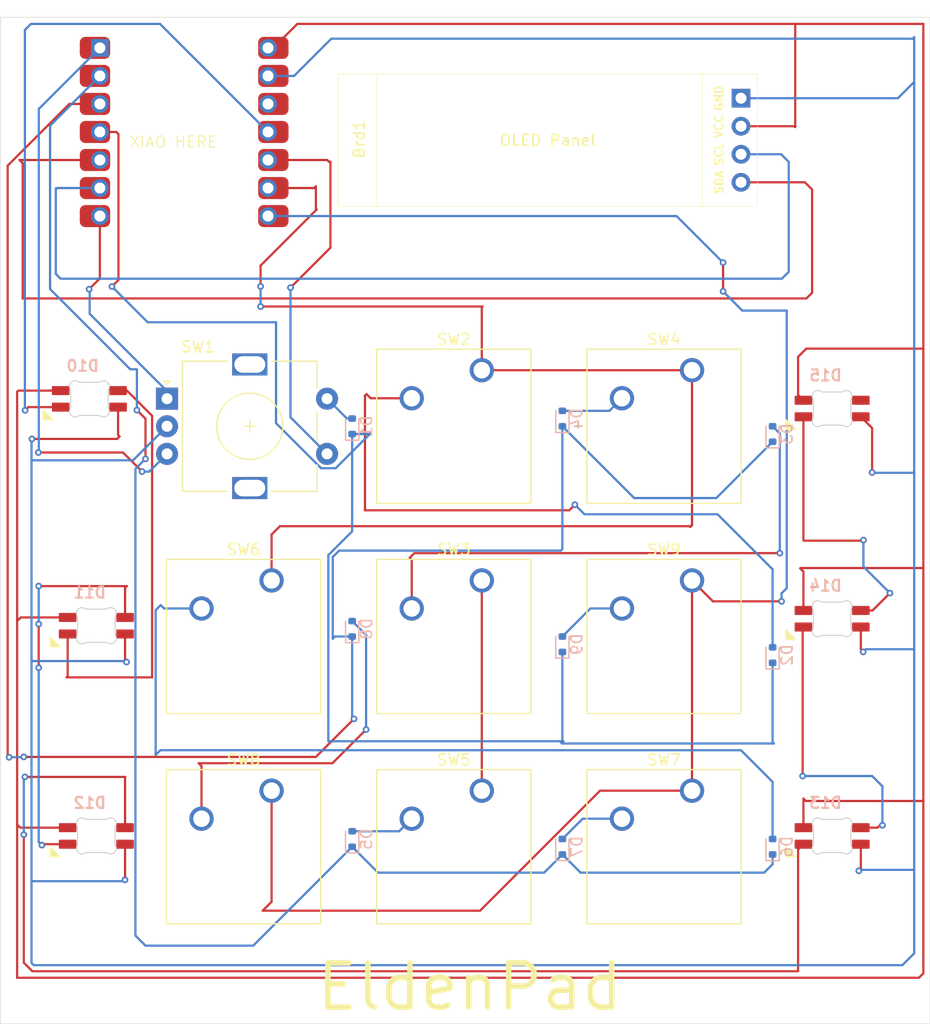
<source format=kicad_pcb>
(kicad_pcb (version 20241229) (generator "pcbnew") (generator_version "9.0")
  (layers (0 "F.Cu" signal) (2 "B.Cu" signal) (13 "F.Paste" user) (15 "B.Paste" user) (5 "F.SilkS" user "F.Silkscreen") (7 "B.SilkS" user "B.Silkscreen") (1 "F.Mask" user) (3 "B.Mask" user) (25 "Edge.Cuts" user))
  (net 0 "")
  (net 1 "SCL")
  (net 2 "GND")
  (net 3 "+5V")
  (net 4 "SDA")
  (net 5 "R1")
  (net 6 "Net-(D1-A)")
  (net 7 "Net-(D2-A)")
  (net 8 "Net-(D3-A)")
  (net 9 "R2")
  (net 10 "Net-(D4-A)")
  (net 11 "Net-(D5-A)")
  (net 12 "R3")
  (net 13 "Net-(D6-A)")
  (net 14 "Net-(D7-A)")
  (net 15 "Net-(D8-A)")
  (net 16 "Net-(D9-A)")
  (net 17 "SK6812")
  (net 18 "Net-(D10-DOUT)")
  (net 19 "Net-(D11-DOUT)")
  (net 20 "Net-(D12-DOUT)")
  (net 21 "Net-(D13-DOUT)")
  (net 22 "Net-(D14-DOUT)")
  (net 24 "C1")
  (net 25 "Rotary_A")
  (net 26 "Rotary_B")
  (net 27 "C2")
  (net 28 "Net-(SW3-Pad1)")
  (net 29 "C3")
  (footprint "Button_Switch_Keyboard:SW_Cherry_MX_1.00u_PCB" (layer "F.Cu") (at 66.51625 118.745)
    (property "Reference" "SW8")
    (property "Value" "SW_Push")
  )
  (footprint "Button_Switch_Keyboard:SW_Cherry_MX_1.00u_PCB" (layer "F.Cu") (at 85.56625 80.645)
    (property "Reference" "SW2")
    (property "Value" "SW_Push")
  )
  (footprint "ScottoKeebs_MCU:Seeed_XIAO_RP2040" (layer "F.Cu") (at 58.575 59.055)
    (property "Reference" "U1" (hide yes))
    (property "Value" "XIAO-RP2040-DIP")
  )
  (footprint "Rotary_Encoder:RotaryEncoder_Alps_EC11E-Switch_Vertical_H20mm" (layer "F.Cu") (at 57.04375 83.225)
    (property "Reference" "SW1")
    (property "Value" "RotaryEncoder_Switch")
  )
  (footprint "KiCad-SSD1306-0.91-OLED-4pin-128x32:SSD1306-0.91-OLED-4pin-128x32" (layer "F.Cu") (at 72.555 53.805)
    (property "Reference" "Brd1")
    (property "Value" "SSD1306")
  )
  (footprint "Button_Switch_Keyboard:SW_Cherry_MX_1.00u_PCB" (layer "F.Cu") (at 104.61625 80.645)
    (property "Reference" "SW4")
    (property "Value" "SW_Push")
  )
  (footprint "Button_Switch_Keyboard:SW_Cherry_MX_1.00u_PCB" (layer "F.Cu") (at 104.61625 118.745)
    (property "Reference" "SW7")
    (property "Value" "SW_Push")
  )
  (footprint "Button_Switch_Keyboard:SW_Cherry_MX_1.00u_PCB" (layer "F.Cu") (at 85.56625 99.695)
    (property "Reference" "SW3")
    (property "Value" "SW_Push")
  )
  (footprint "Button_Switch_Keyboard:SW_Cherry_MX_1.00u_PCB" (layer "F.Cu") (at 66.51625 99.695)
    (property "Reference" "SW6")
    (property "Value" "SW_Push")
  )
  (footprint "Button_Switch_Keyboard:SW_Cherry_MX_1.00u_PCB" (layer "F.Cu") (at 85.56625 118.745)
    (property "Reference" "SW5")
    (property "Value" "SW_Push")
  )
  (footprint "Button_Switch_Keyboard:SW_Cherry_MX_1.00u_PCB" (layer "F.Cu") (at 104.61625 99.695)
    (property "Reference" "SW9")
    (property "Value" "SW_Push")
  )
  (footprint "Diode_SMD:D_SOD-523" (layer "B.Cu") (at 73.81875 104.075 90)
    (property "Reference" "D8")
    (property "Value" "1N4148WT")
  )
  (footprint "footprints:SK6812MINI-E_fixed" (layer "B.Cu") (at 50.6375 122.95 180)
    (property "Reference" "D12")
    (property "Value" "SK6812MINI")
    (fp_line (start 1.7 0.805684) (end 1.7 -0.6) (stroke (width 0.1)) (layer "Edge.Cuts"))
    (fp_line (start 0.794453 -1.397158) (end -0.794451 -1.397158) (stroke (width 0.1)) (layer "Edge.Cuts"))
    (fp_line (start -0.794451 1.602841) (end 0.794454 1.602841) (stroke (width 0.1)) (layer "Edge.Cuts"))
    (fp_line (start -1.699998 -0.6) (end -1.699998 0.805684) (stroke (width 0.1)) (layer "Edge.Cuts"))
    (fp_arc (start 1.749485 1.022562) (mid 1.712532 0.91691) (end 1.7 0.805685) (stroke (width 0.1)) (layer "Edge.Cuts"))
    (fp_arc (start 1.749485 1.022562) (mid 1.638072 1.606877) (end 1.046712 1.67114) (stroke (width 0.1)) (layer "Edge.Cuts"))
    (fp_arc (start 1.7 -0.6) (mid 1.712528 -0.711226) (end 1.749485 -0.816878) (stroke (width 0.1)) (layer "Edge.Cuts"))
    (fp_arc (start 1.046712 -1.465457) (mid 1.638073 -1.401193) (end 1.749485 -0.816877) (stroke (width 0.1)) (layer "Edge.Cuts"))
    (fp_arc (start 1.046712 -1.465457) (mid 0.925124 -1.414535) (end 0.794453 -1.397158) (stroke (width 0.1)) (layer "Edge.Cuts"))
    (fp_arc (start 0.794454 1.602841) (mid 0.925124 1.620218) (end 1.046712 1.67114) (stroke (width 0.1)) (layer "Edge.Cuts"))
    (fp_arc (start -0.794451 -1.397158) (mid -0.925121 -1.414535) (end -1.046709 -1.465457) (stroke (width 0.1)) (layer "Edge.Cuts"))
    (fp_arc (start -1.04671 1.671141) (mid -0.925122 1.620219) (end -0.794452 1.602842) (stroke (width 0.1)) (layer "Edge.Cuts"))
    (fp_arc (start -1.04671 1.671141) (mid -1.63807 1.606877) (end -1.749483 1.022562) (stroke (width 0.1)) (layer "Edge.Cuts"))
    (fp_arc (start -1.699998 0.805684) (mid -1.712526 0.91691) (end -1.749483 1.022562) (stroke (width 0.1)) (layer "Edge.Cuts"))
    (fp_arc (start -1.749483 -0.816878) (mid -1.638069 -1.401192) (end -1.04671 -1.465455) (stroke (width 0.1)) (layer "Edge.Cuts"))
    (fp_arc (start -1.749483 -0.816878) (mid -1.712526 -0.711226) (end -1.699998 -0.600001) (stroke (width 0.1)) (layer "Edge.Cuts"))
  )
  (footprint "Diode_SMD:D_SOD-523" (layer "B.Cu") (at 111.91875 86.425 90)
    (property "Reference" "D3")
    (property "Value" "1N4148WT")
  )
  (footprint "Diode_SMD:D_SOD-523" (layer "B.Cu") (at 92.86875 123.825 90)
    (property "Reference" "D7")
    (property "Value" "1N4148WT")
  )
  (footprint "Diode_SMD:D_SOD-523" (layer "B.Cu") (at 92.86875 105.475 90)
    (property "Reference" "D9")
    (property "Value" "1N4148WT")
  )
  (footprint "footprints:SK6812MINI-E_fixed" (layer "B.Cu") (at 117.3125 103.26875 180)
    (property "Reference" "D14")
    (property "Value" "SK6812MINI")
    (fp_line (start 1.7 0.805684) (end 1.7 -0.6) (stroke (width 0.1)) (layer "Edge.Cuts"))
    (fp_line (start 0.794453 -1.397158) (end -0.794451 -1.397158) (stroke (width 0.1)) (layer "Edge.Cuts"))
    (fp_line (start -0.794451 1.602841) (end 0.794454 1.602841) (stroke (width 0.1)) (layer "Edge.Cuts"))
    (fp_line (start -1.699998 -0.6) (end -1.699998 0.805684) (stroke (width 0.1)) (layer "Edge.Cuts"))
    (fp_arc (start 1.749485 1.022562) (mid 1.712532 0.91691) (end 1.7 0.805685) (stroke (width 0.1)) (layer "Edge.Cuts"))
    (fp_arc (start 1.749485 1.022562) (mid 1.638072 1.606877) (end 1.046712 1.67114) (stroke (width 0.1)) (layer "Edge.Cuts"))
    (fp_arc (start 1.7 -0.6) (mid 1.712528 -0.711226) (end 1.749485 -0.816878) (stroke (width 0.1)) (layer "Edge.Cuts"))
    (fp_arc (start 1.046712 -1.465457) (mid 1.638073 -1.401193) (end 1.749485 -0.816877) (stroke (width 0.1)) (layer "Edge.Cuts"))
    (fp_arc (start 1.046712 -1.465457) (mid 0.925124 -1.414535) (end 0.794453 -1.397158) (stroke (width 0.1)) (layer "Edge.Cuts"))
    (fp_arc (start 0.794454 1.602841) (mid 0.925124 1.620218) (end 1.046712 1.67114) (stroke (width 0.1)) (layer "Edge.Cuts"))
    (fp_arc (start -0.794451 -1.397158) (mid -0.925121 -1.414535) (end -1.046709 -1.465457) (stroke (width 0.1)) (layer "Edge.Cuts"))
    (fp_arc (start -1.04671 1.671141) (mid -0.925122 1.620219) (end -0.794452 1.602842) (stroke (width 0.1)) (layer "Edge.Cuts"))
    (fp_arc (start -1.04671 1.671141) (mid -1.63807 1.606877) (end -1.749483 1.022562) (stroke (width 0.1)) (layer "Edge.Cuts"))
    (fp_arc (start -1.699998 0.805684) (mid -1.712526 0.91691) (end -1.749483 1.022562) (stroke (width 0.1)) (layer "Edge.Cuts"))
    (fp_arc (start -1.749483 -0.816878) (mid -1.638069 -1.401192) (end -1.04671 -1.465455) (stroke (width 0.1)) (layer "Edge.Cuts"))
    (fp_arc (start -1.749483 -0.816878) (mid -1.712526 -0.711226) (end -1.699998 -0.600001) (stroke (width 0.1)) (layer "Edge.Cuts"))
  )
  (footprint "Diode_SMD:D_SOD-523" (layer "B.Cu") (at 92.86875 85.025 90)
    (property "Reference" "D4")
    (property "Value" "1N4148WT")
  )
  (footprint "Diode_SMD:D_SOD-523" (layer "B.Cu") (at 73.81875 85.725 90)
    (property "Reference" "D1")
    (property "Value" "1N4148WT")
  )
  (footprint "Diode_SMD:D_SOD-523" (layer "B.Cu") (at 73.81875 123.125 90)
    (property "Reference" "D5")
    (property "Value" "1N4148WT")
  )
  (footprint "Diode_SMD:D_SOD-523" (layer "B.Cu") (at 111.91875 106.45625 90)
    (property "Reference" "D2")
    (property "Value" "1N4148WT")
  )
  (footprint "footprints:SK6812MINI-E_fixed" (layer "B.Cu") (at 50.6375 103.9 180)
    (property "Reference" "D11")
    (property "Value" "SK6812MINI")
    (fp_line (start 1.7 0.805684) (end 1.7 -0.6) (stroke (width 0.1)) (layer "Edge.Cuts"))
    (fp_line (start 0.794453 -1.397158) (end -0.794451 -1.397158) (stroke (width 0.1)) (layer "Edge.Cuts"))
    (fp_line (start -0.794451 1.602841) (end 0.794454 1.602841) (stroke (width 0.1)) (layer "Edge.Cuts"))
    (fp_line (start -1.699998 -0.6) (end -1.699998 0.805684) (stroke (width 0.1)) (layer "Edge.Cuts"))
    (fp_arc (start 1.749485 1.022562) (mid 1.712532 0.91691) (end 1.7 0.805685) (stroke (width 0.1)) (layer "Edge.Cuts"))
    (fp_arc (start 1.749485 1.022562) (mid 1.638072 1.606877) (end 1.046712 1.67114) (stroke (width 0.1)) (layer "Edge.Cuts"))
    (fp_arc (start 1.7 -0.6) (mid 1.712528 -0.711226) (end 1.749485 -0.816878) (stroke (width 0.1)) (layer "Edge.Cuts"))
    (fp_arc (start 1.046712 -1.465457) (mid 1.638073 -1.401193) (end 1.749485 -0.816877) (stroke (width 0.1)) (layer "Edge.Cuts"))
    (fp_arc (start 1.046712 -1.465457) (mid 0.925124 -1.414535) (end 0.794453 -1.397158) (stroke (width 0.1)) (layer "Edge.Cuts"))
    (fp_arc (start 0.794454 1.602841) (mid 0.925124 1.620218) (end 1.046712 1.67114) (stroke (width 0.1)) (layer "Edge.Cuts"))
    (fp_arc (start -0.794451 -1.397158) (mid -0.925121 -1.414535) (end -1.046709 -1.465457) (stroke (width 0.1)) (layer "Edge.Cuts"))
    (fp_arc (start -1.04671 1.671141) (mid -0.925122 1.620219) (end -0.794452 1.602842) (stroke (width 0.1)) (layer "Edge.Cuts"))
    (fp_arc (start -1.04671 1.671141) (mid -1.63807 1.606877) (end -1.749483 1.022562) (stroke (width 0.1)) (layer "Edge.Cuts"))
    (fp_arc (start -1.699998 0.805684) (mid -1.712526 0.91691) (end -1.749483 1.022562) (stroke (width 0.1)) (layer "Edge.Cuts"))
    (fp_arc (start -1.749483 -0.816878) (mid -1.638069 -1.401192) (end -1.04671 -1.465455) (stroke (width 0.1)) (layer "Edge.Cuts"))
    (fp_arc (start -1.749483 -0.816878) (mid -1.712526 -0.711226) (end -1.699998 -0.600001) (stroke (width 0.1)) (layer "Edge.Cuts"))
  )
  (footprint "footprints:SK6812MINI-E_fixed" (layer "B.Cu") (at 50.00625 83.34375 180)
    (property "Reference" "D10")
    (property "Value" "SK6812MINI")
    (fp_line (start 1.7 0.805684) (end 1.7 -0.6) (stroke (width 0.1)) (layer "Edge.Cuts"))
    (fp_line (start 0.794453 -1.397158) (end -0.794451 -1.397158) (stroke (width 0.1)) (layer "Edge.Cuts"))
    (fp_line (start -0.794451 1.602841) (end 0.794454 1.602841) (stroke (width 0.1)) (layer "Edge.Cuts"))
    (fp_line (start -1.699998 -0.6) (end -1.699998 0.805684) (stroke (width 0.1)) (layer "Edge.Cuts"))
    (fp_arc (start 1.749485 1.022562) (mid 1.712532 0.91691) (end 1.7 0.805685) (stroke (width 0.1)) (layer "Edge.Cuts"))
    (fp_arc (start 1.749485 1.022562) (mid 1.638072 1.606877) (end 1.046712 1.67114) (stroke (width 0.1)) (layer "Edge.Cuts"))
    (fp_arc (start 1.7 -0.6) (mid 1.712528 -0.711226) (end 1.749485 -0.816878) (stroke (width 0.1)) (layer "Edge.Cuts"))
    (fp_arc (start 1.046712 -1.465457) (mid 1.638073 -1.401193) (end 1.749485 -0.816877) (stroke (width 0.1)) (layer "Edge.Cuts"))
    (fp_arc (start 1.046712 -1.465457) (mid 0.925124 -1.414535) (end 0.794453 -1.397158) (stroke (width 0.1)) (layer "Edge.Cuts"))
    (fp_arc (start 0.794454 1.602841) (mid 0.925124 1.620218) (end 1.046712 1.67114) (stroke (width 0.1)) (layer "Edge.Cuts"))
    (fp_arc (start -0.794451 -1.397158) (mid -0.925121 -1.414535) (end -1.046709 -1.465457) (stroke (width 0.1)) (layer "Edge.Cuts"))
    (fp_arc (start -1.04671 1.671141) (mid -0.925122 1.620219) (end -0.794452 1.602842) (stroke (width 0.1)) (layer "Edge.Cuts"))
    (fp_arc (start -1.04671 1.671141) (mid -1.63807 1.606877) (end -1.749483 1.022562) (stroke (width 0.1)) (layer "Edge.Cuts"))
    (fp_arc (start -1.699998 0.805684) (mid -1.712526 0.91691) (end -1.749483 1.022562) (stroke (width 0.1)) (layer "Edge.Cuts"))
    (fp_arc (start -1.749483 -0.816878) (mid -1.638069 -1.401192) (end -1.04671 -1.465455) (stroke (width 0.1)) (layer "Edge.Cuts"))
    (fp_arc (start -1.749483 -0.816878) (mid -1.712526 -0.711226) (end -1.699998 -0.600001) (stroke (width 0.1)) (layer "Edge.Cuts"))
  )
  (footprint "Diode_SMD:D_SOD-523" (layer "B.Cu") (at 111.91875 123.825 90)
    (property "Reference" "D6")
    (property "Value" "1N4148WT")
  )
  (footprint "footprints:SK6812MINI-E_fixed" (layer "B.Cu") (at 117.3125 84.21875 180)
    (property "Reference" "D15")
    (property "Value" "SK6812MINI")
    (fp_line (start 1.7 0.805684) (end 1.7 -0.6) (stroke (width 0.1)) (layer "Edge.Cuts"))
    (fp_line (start 0.794453 -1.397158) (end -0.794451 -1.397158) (stroke (width 0.1)) (layer "Edge.Cuts"))
    (fp_line (start -0.794451 1.602841) (end 0.794454 1.602841) (stroke (width 0.1)) (layer "Edge.Cuts"))
    (fp_line (start -1.699998 -0.6) (end -1.699998 0.805684) (stroke (width 0.1)) (layer "Edge.Cuts"))
    (fp_arc (start 1.749485 1.022562) (mid 1.712532 0.91691) (end 1.7 0.805685) (stroke (width 0.1)) (layer "Edge.Cuts"))
    (fp_arc (start 1.749485 1.022562) (mid 1.638072 1.606877) (end 1.046712 1.67114) (stroke (width 0.1)) (layer "Edge.Cuts"))
    (fp_arc (start 1.7 -0.6) (mid 1.712528 -0.711226) (end 1.749485 -0.816878) (stroke (width 0.1)) (layer "Edge.Cuts"))
    (fp_arc (start 1.046712 -1.465457) (mid 1.638073 -1.401193) (end 1.749485 -0.816877) (stroke (width 0.1)) (layer "Edge.Cuts"))
    (fp_arc (start 1.046712 -1.465457) (mid 0.925124 -1.414535) (end 0.794453 -1.397158) (stroke (width 0.1)) (layer "Edge.Cuts"))
    (fp_arc (start 0.794454 1.602841) (mid 0.925124 1.620218) (end 1.046712 1.67114) (stroke (width 0.1)) (layer "Edge.Cuts"))
    (fp_arc (start -0.794451 -1.397158) (mid -0.925121 -1.414535) (end -1.046709 -1.465457) (stroke (width 0.1)) (layer "Edge.Cuts"))
    (fp_arc (start -1.04671 1.671141) (mid -0.925122 1.620219) (end -0.794452 1.602842) (stroke (width 0.1)) (layer "Edge.Cuts"))
    (fp_arc (start -1.04671 1.671141) (mid -1.63807 1.606877) (end -1.749483 1.022562) (stroke (width 0.1)) (layer "Edge.Cuts"))
    (fp_arc (start -1.699998 0.805684) (mid -1.712526 0.91691) (end -1.749483 1.022562) (stroke (width 0.1)) (layer "Edge.Cuts"))
    (fp_arc (start -1.749483 -0.816878) (mid -1.638069 -1.401192) (end -1.04671 -1.465455) (stroke (width 0.1)) (layer "Edge.Cuts"))
    (fp_arc (start -1.749483 -0.816878) (mid -1.712526 -0.711226) (end -1.699998 -0.600001) (stroke (width 0.1)) (layer "Edge.Cuts"))
  )
  (footprint "footprints:SK6812MINI-E_fixed" (layer "B.Cu") (at 117.3125 122.95 180)
    (property "Reference" "D13")
    (property "Value" "SK6812MINI")
    (fp_line (start 1.7 0.805684) (end 1.7 -0.6) (stroke (width 0.1)) (layer "Edge.Cuts"))
    (fp_line (start 0.794453 -1.397158) (end -0.794451 -1.397158) (stroke (width 0.1)) (layer "Edge.Cuts"))
    (fp_line (start -0.794451 1.602841) (end 0.794454 1.602841) (stroke (width 0.1)) (layer "Edge.Cuts"))
    (fp_line (start -1.699998 -0.6) (end -1.699998 0.805684) (stroke (width 0.1)) (layer "Edge.Cuts"))
    (fp_arc (start 1.749485 1.022562) (mid 1.712532 0.91691) (end 1.7 0.805685) (stroke (width 0.1)) (layer "Edge.Cuts"))
    (fp_arc (start 1.749485 1.022562) (mid 1.638072 1.606877) (end 1.046712 1.67114) (stroke (width 0.1)) (layer "Edge.Cuts"))
    (fp_arc (start 1.7 -0.6) (mid 1.712528 -0.711226) (end 1.749485 -0.816878) (stroke (width 0.1)) (layer "Edge.Cuts"))
    (fp_arc (start 1.046712 -1.465457) (mid 1.638073 -1.401193) (end 1.749485 -0.816877) (stroke (width 0.1)) (layer "Edge.Cuts"))
    (fp_arc (start 1.046712 -1.465457) (mid 0.925124 -1.414535) (end 0.794453 -1.397158) (stroke (width 0.1)) (layer "Edge.Cuts"))
    (fp_arc (start 0.794454 1.602841) (mid 0.925124 1.620218) (end 1.046712 1.67114) (stroke (width 0.1)) (layer "Edge.Cuts"))
    (fp_arc (start -0.794451 -1.397158) (mid -0.925121 -1.414535) (end -1.046709 -1.465457) (stroke (width 0.1)) (layer "Edge.Cuts"))
    (fp_arc (start -1.04671 1.671141) (mid -0.925122 1.620219) (end -0.794452 1.602842) (stroke (width 0.1)) (layer "Edge.Cuts"))
    (fp_arc (start -1.04671 1.671141) (mid -1.63807 1.606877) (end -1.749483 1.022562) (stroke (width 0.1)) (layer "Edge.Cuts"))
    (fp_arc (start -1.699998 0.805684) (mid -1.712526 0.91691) (end -1.749483 1.022562) (stroke (width 0.1)) (layer "Edge.Cuts"))
    (fp_arc (start -1.749483 -0.816878) (mid -1.638069 -1.401192) (end -1.04671 -1.465455) (stroke (width 0.1)) (layer "Edge.Cuts"))
    (fp_arc (start -1.749483 -0.816878) (mid -1.712526 -0.711226) (end -1.699998 -0.600001) (stroke (width 0.1)) (layer "Edge.Cuts"))
  )
  (gr_rect (start 41.93 48.66) (end 126.18 139.87) (stroke (width 0.05)) (fill no) (layer "Edge.Cuts"))
  (gr_text "EldenPad" (at 70.34 138.87 0) (layer "F.SilkS") (effects (font (size 4 4) (thickness 0.5)) (justify left bottom)))
  (gr_text "XIAO HERE" (at 53.57 60.54 0) (layer "F.SilkS") (effects (font (size 1 1) (thickness 0.1)) (justify left bottom)))
  (segment (start 47.4 72.35) (end 46.96 71.91) (width 0.2) (layer "B.Cu") (net 1))
  (segment (start 47.06 64.17) (end 47.095 64.135) (width 0.2) (layer "B.Cu") (net 1))
  (segment (start 113.38 71.73) (end 112.76 72.35) (width 0.2) (layer "B.Cu") (net 1))
  (segment (start 113.38 61.76) (end 113.38 71.73) (width 0.2) (layer "B.Cu") (net 1))
  (segment (start 47.095 64.135) (end 50.955 64.135) (width 0.2) (layer "B.Cu") (net 1))
  (segment (start 46.96 71.91) (end 46.96 64.17) (width 0.2) (layer "B.Cu") (net 1))
  (segment (start 46.96 64.17) (end 47.06 64.17) (width 0.2) (layer "B.Cu") (net 1))
  (segment (start 112.76 72.35) (end 47.4 72.35) (width 0.2) (layer "B.Cu") (net 1))
  (segment (start 109.055 61.075) (end 112.695 61.075) (width 0.2) (layer "B.Cu") (net 1))
  (segment (start 112.695 61.075) (end 113.38 61.76) (width 0.2) (layer "B.Cu") (net 1))
  (segment (start 52.606249 86.516249) (end 52.606249 83.990908) (width 0.2) (layer "F.Cu") (net 2))
  (segment (start 52.74 86.65) (end 52.606249 86.516249) (width 0.2) (layer "F.Cu") (net 2))
  (segment (start 52.52 86.87) (end 52.74 86.65) (width 0.2) (layer "F.Cu") (net 2))
  (segment (start 119.73 126.01) (end 119.912499 125.827501) (width 0.2) (layer "F.Cu") (net 2))
  (segment (start 53.23 126.83) (end 53.237499 126.822501) (width 0.2) (layer "F.Cu") (net 2))
  (segment (start 44.8 86.87) (end 52.52 86.87) (width 0.2) (layer "F.Cu") (net 2))
  (segment (start 53.237499 126.822501) (end 53.237499 123.597158) (width 0.2) (layer "F.Cu") (net 2))
  (segment (start 53.237499 106.957499) (end 53.237499 104.547158) (width 0.2) (layer "F.Cu") (net 2))
  (segment (start 119.912499 105.952499) (end 119.912499 103.915908) (width 0.2) (layer "F.Cu") (net 2))
  (segment (start 120.94 89.91) (end 120.94 85.893409) (width 0.2) (layer "F.Cu") (net 2))
  (segment (start 53.37 107.09) (end 53.237499 106.957499) (width 0.2) (layer "F.Cu") (net 2))
  (segment (start 119.912499 125.827501) (end 119.912499 123.597158) (width 0.2) (layer "F.Cu") (net 2))
  (segment (start 120.94 85.893409) (end 119.912499 84.865908) (width 0.2) (layer "F.Cu") (net 2))
  (segment (start 120.13 106.17) (end 119.912499 105.952499) (width 0.2) (layer "F.Cu") (net 2))
  (via (at 53.37 107.09) (size 0.6) (drill 0.3) (layers "F.Cu" "B.Cu") (net 2))
  (via (at 120.94 89.91) (size 0.6) (drill 0.3) (layers "F.Cu" "B.Cu") (net 2))
  (via (at 44.8 86.87) (size 0.6) (drill 0.3) (layers "F.Cu" "B.Cu") (net 2))
  (via (at 53.23 126.83) (size 0.6) (drill 0.3) (layers "F.Cu" "B.Cu") (net 2))
  (via (at 120.13 106.17) (size 0.6) (drill 0.3) (layers "F.Cu" "B.Cu") (net 2))
  (via (at 119.73 126.01) (size 0.6) (drill 0.3) (layers "F.Cu" "B.Cu") (net 2))
  (segment (start 124.75 89.94) (end 124.75 105.93) (width 0.2) (layer "B.Cu") (net 2))
  (segment (start 124.61 50.6) (end 124.75 50.46) (width 0.2) (layer "B.Cu") (net 2))
  (segment (start 44.76 88.81) (end 44.76 86.91) (width 0.2) (layer "B.Cu") (net 2))
  (segment (start 44.76 107) (end 53.28 107) (width 0.2) (layer "B.Cu") (net 2))
  (segment (start 66.195 53.975) (end 68.555 53.975) (width 0.2) (layer "B.Cu") (net 2))
  (segment (start 124.75 125.92) (end 119.82 125.92) (width 0.2) (layer "B.Cu") (net 2))
  (segment (start 119.82 125.92) (end 119.73 126.01) (width 0.2) (layer "B.Cu") (net 2))
  (segment (start 71.93 50.6) (end 124.61 50.6) (width 0.2) (layer "B.Cu") (net 2))
  (segment (start 53.28 107) (end 53.37 107.09) (width 0.2) (layer "B.Cu") (net 2))
  (segment (start 53.11 126.95) (end 53.23 126.83) (width 0.2) (layer "B.Cu") (net 2))
  (segment (start 44.76 126.95) (end 53.11 126.95) (width 0.2) (layer "B.Cu") (net 2))
  (segment (start 120.37 105.93) (end 120.13 106.17) (width 0.2) (layer "B.Cu") (net 2))
  (segment (start 44.76 107) (end 44.76 88.81) (width 0.2) (layer "B.Cu") (net 2))
  (segment (start 124.75 89.94) (end 120.97 89.94) (width 0.2) (layer "B.Cu") (net 2))
  (segment (start 123.275 55.995) (end 124.75 54.52) (width 0.2) (layer "B.Cu") (net 2))
  (segment (start 68.555 53.975) (end 71.93 50.6) (width 0.2) (layer "B.Cu") (net 2))
  (segment (start 53.95875 88.81) (end 57.04375 85.725) (width 0.2) (layer "B.Cu") (net 2))
  (segment (start 124.75 105.93) (end 120.37 105.93) (width 0.2) (layer "B.Cu") (net 2))
  (segment (start 44.76 86.91) (end 44.8 86.87) (width 0.2) (layer "B.Cu") (net 2))
  (segment (start 109.055 55.995) (end 123.275 55.995) (width 0.2) (layer "B.Cu") (net 2))
  (segment (start 124.75 125.92) (end 124.75 133.49) (width 0.2) (layer "B.Cu") (net 2))
  (segment (start 120.97 89.94) (end 120.94 89.91) (width 0.2) (layer "B.Cu") (net 2))
  (segment (start 124.75 105.93) (end 124.75 125.92) (width 0.2) (layer "B.Cu") (net 2))
  (segment (start 44.96 134.56) (end 44.76 134.36) (width 0.2) (layer "B.Cu") (net 2))
  (segment (start 123.68 134.56) (end 44.96 134.56) (width 0.2) (layer "B.Cu") (net 2))
  (segment (start 124.75 50.46) (end 124.75 54.52) (width 0.2) (layer "B.Cu") (net 2))
  (segment (start 44.76 134.36) (end 44.76 126.95) (width 0.2) (layer "B.Cu") (net 2))
  (segment (start 44.76 126.95) (end 44.76 107) (width 0.2) (layer "B.Cu") (net 2))
  (segment (start 44.76 88.81) (end 53.95875 88.81) (width 0.2) (layer "B.Cu") (net 2))
  (segment (start 124.75 133.49) (end 123.68 134.56) (width 0.2) (layer "B.Cu") (net 2))
  (segment (start 124.75 54.52) (end 124.75 89.94) (width 0.2) (layer "B.Cu") (net 2))
  (segment (start 125.579 119.68) (end 125.579 98.57) (width 0.2) (layer "F.Cu") (net 3))
  (segment (start 43.782842 103.047158) (end 48.037499 103.047158) (width 0.2) (layer "F.Cu") (net 3))
  (segment (start 125.579 98.57) (end 114.45 98.57) (width 0.2) (layer "F.Cu") (net 3))
  (segment (start 125.579 119.68) (end 114.93 119.68) (width 0.2) (layer "F.Cu") (net 3))
  (segment (start 43.737158 122.097158) (end 48.037499 122.097158) (width 0.2) (layer "F.Cu") (net 3))
  (segment (start 114.97 78.69) (end 114.23 79.43) (width 0.2) (layer "F.Cu") (net 3))
  (segment (start 113.875 58.535) (end 109.055 58.535) (width 0.2) (layer "F.Cu") (net 3))
  (segment (start 43.46 82.6) (end 43.46 103.28) (width 0.2) (layer "F.Cu") (net 3))
  (segment (start 43.46 121.82) (end 43.737158 122.097158) (width 0.2) (layer "F.Cu") (net 3))
  (segment (start 43.55 103.28) (end 43.782842 103.047158) (width 0.2) (layer "F.Cu") (net 3))
  (segment (start 125.579 135.301) (end 125.579 119.68) (width 0.2) (layer "F.Cu") (net 3))
  (segment (start 43.46 103.28) (end 43.55 103.28) (width 0.2) (layer "F.Cu") (net 3))
  (segment (start 113.95 58.61) (end 113.875 58.535) (width 0.2) (layer "F.Cu") (net 3))
  (segment (start 125.579 49.261) (end 113.969 49.261) (width 0.2) (layer "F.Cu") (net 3))
  (segment (start 43.46 135.7) (end 125.18 135.7) (width 0.2) (layer "F.Cu") (net 3))
  (segment (start 43.46 103.28) (end 43.46 121.82) (width 0.2) (layer "F.Cu") (net 3))
  (segment (start 113.969 49.261) (end 113.97 49.26) (width 0.2) (layer "F.Cu") (net 3))
  (segment (start 113.97 49.26) (end 113.97 58.59) (width 0.2) (layer "F.Cu") (net 3))
  (segment (start 114.93 119.68) (end 114.712499 119.462499) (width 0.2) (layer "F.Cu") (net 3))
  (segment (start 47.406249 82.490908) (end 43.569092 82.490908) (width 0.2) (layer "F.Cu") (net 3))
  (segment (start 125.579 78.69) (end 114.97 78.69) (width 0.2) (layer "F.Cu") (net 3))
  (segment (start 66.675 51.435) (end 68.849 49.261) (width 0.2) (layer "F.Cu") (net 3))
  (segment (start 114.23 79.43) (end 114.23 82.883409) (width 0.2) (layer "F.Cu") (net 3))
  (segment (start 114.23 82.883409) (end 114.712499 83.365908) (width 0.2) (layer "F.Cu") (net 3))
  (segment (start 43.46 121.82) (end 43.46 135.7) (width 0.2) (layer "F.Cu") (net 3))
  (segment (start 125.579 78.69) (end 125.579 49.261) (width 0.2) (layer "F.Cu") (net 3))
  (segment (start 114.712499 98.892499) (end 114.712499 102.415908) (width 0.2) (layer "F.Cu") (net 3))
  (segment (start 114.712499 119.462499) (end 114.712499 122.097158) (width 0.2) (layer "F.Cu") (net 3))
  (segment (start 43.569092 82.490908) (end 43.46 82.6) (width 0.2) (layer "F.Cu") (net 3))
  (segment (start 114.45 98.57) (end 114.42 98.6) (width 0.2) (layer "F.Cu") (net 3))
  (segment (start 113.97 58.59) (end 113.95 58.61) (width 0.2) (layer "F.Cu") (net 3))
  (segment (start 68.849 49.261) (end 113.969 49.261) (width 0.2) (layer "F.Cu") (net 3))
  (segment (start 125.18 135.7) (end 125.579 135.301) (width 0.2) (layer "F.Cu") (net 3))
  (segment (start 125.579 98.57) (end 125.579 78.69) (width 0.2) (layer "F.Cu") (net 3))
  (segment (start 114.42 98.6) (end 114.712499 98.892499) (width 0.2) (layer "F.Cu") (net 3))
  (segment (start 43.96 61.88) (end 43.675 61.595) (width 0.2) (layer "F.Cu") (net 4))
  (segment (start 43.96 74.14) (end 43.96 61.88) (width 0.2) (layer "F.Cu") (net 4))
  (segment (start 43.675 61.595) (end 50.955 61.595) (width 0.2) (layer "F.Cu") (net 4))
  (segment (start 114.98 74.14) (end 43.96 74.14) (width 0.2) (layer "F.Cu") (net 4))
  (segment (start 115.5 64.27) (end 115.5 73.62) (width 0.2) (layer "F.Cu") (net 4))
  (segment (start 109.055 63.615) (end 114.845 63.615) (width 0.2) (layer "F.Cu") (net 4))
  (segment (start 114.845 63.615) (end 115.5 64.27) (width 0.2) (layer "F.Cu") (net 4))
  (segment (start 115.5 73.62) (end 114.98 74.14) (width 0.2) (layer "F.Cu") (net 4))
  (segment (start 52.05 73.06) (end 52.64 72.47) (width 0.2) (layer "F.Cu") (net 5))
  (segment (start 52.64 72.47) (end 52.64 59.25) (width 0.2) (layer "F.Cu") (net 5))
  (segment (start 52.64 59.25) (end 52.445 59.055) (width 0.2) (layer "F.Cu") (net 5))
  (segment (start 52.445 59.055) (end 50.51 59.055) (width 0.2) (layer "F.Cu") (net 5))
  (via (at 52.05 73.06) (size 0.6) (drill 0.3) (layers "F.Cu" "B.Cu") (net 5))
  (segment (start 73.81875 86.425) (end 75.425 86.425) (width 0.2) (layer "B.Cu") (net 5))
  (segment (start 92.86875 114.17875) (end 92.86875 106.175) (width 0.2) (layer "B.Cu") (net 5))
  (segment (start 92.96 114.27) (end 92.86875 114.17875) (width 0.2) (layer "B.Cu") (net 5))
  (segment (start 112.03 114.47) (end 92.84 114.47) (width 0.2) (layer "B.Cu") (net 5))
  (segment (start 71.69 114.27) (end 92.64 114.27) (width 0.2) (layer "B.Cu") (net 5))
  (segment (start 92.64 114.27) (end 92.96 114.27) (width 0.2) (layer "B.Cu") (net 5))
  (segment (start 55.29 76.3) (end 52.05 73.06) (width 0.2) (layer "B.Cu") (net 5))
  (segment (start 66.92 85.441142) (end 66.92 76.3) (width 0.2) (layer "B.Cu") (net 5))
  (segment (start 71.004858 89.526) (end 66.92 85.441142) (width 0.2) (layer "B.Cu") (net 5))
  (segment (start 75.49 86.36) (end 72.324 89.526) (width 0.2) (layer "B.Cu") (net 5))
  (segment (start 92.84 114.47) (end 92.64 114.27) (width 0.2) (layer "B.Cu") (net 5))
  (segment (start 71.659 97.4039) (end 71.659 114.239) (width 0.2) (layer "B.Cu") (net 5))
  (segment (start 71.659 114.239) (end 71.69 114.27) (width 0.2) (layer "B.Cu") (net 5))
  (segment (start 111.91875 114.35875) (end 112.03 114.47) (width 0.2) (layer "B.Cu") (net 5))
  (segment (start 66.92 76.3) (end 55.29 76.3) (width 0.2) (layer "B.Cu") (net 5))
  (segment (start 75.425 86.425) (end 75.49 86.36) (width 0.2) (layer "B.Cu") (net 5))
  (segment (start 72.324 89.526) (end 71.004858 89.526) (width 0.2) (layer "B.Cu") (net 5))
  (segment (start 73.81875 95.24415) (end 71.659 97.4039) (width 0.2) (layer "B.Cu") (net 5))
  (segment (start 73.81875 86.425) (end 73.81875 95.24415) (width 0.2) (layer "B.Cu") (net 5))
  (segment (start 111.91875 107.15625) (end 111.91875 114.35875) (width 0.2) (layer "B.Cu") (net 5))
  (segment (start 73.81875 85.025) (end 73.34375 85.025) (width 0.2) (layer "B.Cu") (net 6))
  (segment (start 73.34375 85.025) (end 71.54375 83.225) (width 0.2) (layer "B.Cu") (net 6))
  (segment (start 75.495 83.185) (end 79.21625 83.185) (width 0.2) (layer "F.Cu") (net 7))
  (segment (start 74.98 93.34) (end 74.98 82.95) (width 0.2) (layer "F.Cu") (net 7))
  (segment (start 75.12 82.81) (end 75.495 83.185) (width 0.2) (layer "F.Cu") (net 7))
  (segment (start 74.98 82.95) (end 75.12 82.81) (width 0.2) (layer "F.Cu") (net 7))
  (segment (start 94 92.83) (end 93.49 93.34) (width 0.2) (layer "F.Cu") (net 7))
  (segment (start 93.49 93.34) (end 74.98 93.34) (width 0.2) (layer "F.Cu") (net 7))
  (via (at 94 92.83) (size 0.6) (drill 0.3) (layers "F.Cu" "B.Cu") (net 7))
  (segment (start 106.93 93.7) (end 94.87 93.7) (width 0.2) (layer "B.Cu") (net 7))
  (segment (start 94.87 93.7) (end 94 92.83) (width 0.2) (layer "B.Cu") (net 7))
  (segment (start 111.91875 105.75625) (end 111.91875 98.68875) (width 0.2) (layer "B.Cu") (net 7))
  (segment (start 111.91875 98.68875) (end 106.93 93.7) (width 0.2) (layer "B.Cu") (net 7))
  (segment (start 79.03 97.65) (end 79.21625 97.83625) (width 0.2) (layer "F.Cu") (net 8))
  (segment (start 79.21625 97.83625) (end 79.21625 102.235) (width 0.2) (layer "F.Cu") (net 8))
  (segment (start 112.57 97.22) (end 79.46 97.22) (width 0.2) (layer "F.Cu") (net 8))
  (segment (start 79.46 97.22) (end 79.03 97.65) (width 0.2) (layer "F.Cu") (net 8))
  (via (at 112.57 97.22) (size 0.6) (drill 0.3) (layers "F.Cu" "B.Cu") (net 8))
  (segment (start 111.91875 85.725) (end 112.57 86.37625) (width 0.2) (layer "B.Cu") (net 8))
  (segment (start 112.57 86.37625) (end 112.57 97.22) (width 0.2) (layer "B.Cu") (net 8))
  (segment (start 42.6 62.1029) (end 42.6 62.18) (width 0.2) (layer "F.Cu") (net 9))
  (segment (start 42.6 62.18) (end 42.6 115.59) (width 0.2) (layer "F.Cu") (net 9))
  (segment (start 70.53 115.69) (end 73.98 112.24) (width 0.2) (layer "F.Cu") (net 9))
  (segment (start 44.06 115.69) (end 70.53 115.69) (width 0.2) (layer "F.Cu") (net 9))
  (segment (start 50.955 56.515) (end 48.1879 56.515) (width 0.2) (layer "F.Cu") (net 9))
  (segment (start 42.6 115.59) (end 42.73 115.72) (width 0.2) (layer "F.Cu") (net 9))
  (segment (start 48.1879 56.515) (end 42.6 62.1029) (width 0.2) (layer "F.Cu") (net 9))
  (via (at 73.98 112.24) (size 0.6) (drill 0.3) (layers "F.Cu" "B.Cu") (net 9))
  (via (at 42.73 115.72) (size 0.6) (drill 0.3) (layers "F.Cu" "B.Cu") (net 9))
  (via (at 44.06 115.69) (size 0.6) (drill 0.3) (layers "F.Cu" "B.Cu") (net 9))
  (segment (start 106.81475 92.229) (end 99.37275 92.229) (width 0.2) (layer "B.Cu") (net 9))
  (segment (start 73.98 112.24) (end 73.81875 112.07875) (width 0.2) (layer "B.Cu") (net 9))
  (segment (start 44.03 115.72) (end 44.06 115.69) (width 0.2) (layer "B.Cu") (net 9))
  (segment (start 99.37275 92.229) (end 92.86875 85.725) (width 0.2) (layer "B.Cu") (net 9))
  (segment (start 111.91875 87.125) (end 106.81475 92.229) (width 0.2) (layer "B.Cu") (net 9))
  (segment (start 92.86875 96.85125) (end 92.73 96.99) (width 0.2) (layer "B.Cu") (net 9))
  (segment (start 73.81875 112.07875) (end 73.81875 104.775) (width 0.2) (layer "B.Cu") (net 9))
  (segment (start 72.265 104.775) (end 73.81875 104.775) (width 0.2) (layer "B.Cu") (net 9))
  (segment (start 72.64 96.99) (end 72.06 97.57) (width 0.2) (layer "B.Cu") (net 9))
  (segment (start 72.06 104.98) (end 72.265 104.775) (width 0.2) (layer "B.Cu") (net 9))
  (segment (start 72.06 97.57) (end 72.06 104.98) (width 0.2) (layer "B.Cu") (net 9))
  (segment (start 92.73 96.99) (end 72.64 96.99) (width 0.2) (layer "B.Cu") (net 9))
  (segment (start 92.86875 85.725) (end 92.86875 96.85125) (width 0.2) (layer "B.Cu") (net 9))
  (segment (start 42.73 115.72) (end 44.03 115.72) (width 0.2) (layer "B.Cu") (net 9))
  (segment (start 97.12625 84.325) (end 98.26625 83.185) (width 0.2) (layer "B.Cu") (net 10))
  (segment (start 92.86875 84.325) (end 97.12625 84.325) (width 0.2) (layer "B.Cu") (net 10))
  (segment (start 78.07625 122.425) (end 79.21625 121.285) (width 0.2) (layer "B.Cu") (net 11))
  (segment (start 73.81875 122.425) (end 78.07625 122.425) (width 0.2) (layer "B.Cu") (net 11))
  (segment (start 55.09 88.68) (end 55.09 85.04) (width 0.2) (layer "F.Cu") (net 12))
  (segment (start 55.09 85.04) (end 54.31 84.26) (width 0.2) (layer "F.Cu") (net 12))
  (via (at 55.09 88.68) (size 0.6) (drill 0.3) (layers "F.Cu" "B.Cu") (net 12))
  (via (at 54.31 84.26) (size 0.6) (drill 0.3) (layers "F.Cu" "B.Cu") (net 12))
  (segment (start 54.179 89.581057) (end 55.080057 88.68) (width 0.2) (layer "B.Cu") (net 12))
  (segment (start 55.09 132.79) (end 54.179 131.879) (width 0.2) (layer "B.Cu") (net 12))
  (segment (start 46.44 58.49) (end 50.955 53.975) (width 0.2) (layer "B.Cu") (net 12))
  (segment (start 92.86875 124.525) (end 94.51975 126.176) (width 0.2) (layer "B.Cu") (net 12))
  (segment (start 76.16975 126.176) (end 91.21775 126.176) (width 0.2) (layer "B.Cu") (net 12))
  (segment (start 91.21775 126.176) (end 92.86875 124.525) (width 0.2) (layer "B.Cu") (net 12))
  (segment (start 55.080057 88.68) (end 55.09 88.68) (width 0.2) (layer "B.Cu") (net 12))
  (segment (start 94.51975 126.176) (end 111.154 126.176) (width 0.2) (layer "B.Cu") (net 12))
  (segment (start 54.31 80.56) (end 53.71 80.56) (width 0.2) (layer "B.Cu") (net 12))
  (segment (start 73.81875 123.825) (end 64.85375 132.79) (width 0.2) (layer "B.Cu") (net 12))
  (segment (start 53.71 80.56) (end 46.44 73.29) (width 0.2) (layer "B.Cu") (net 12))
  (segment (start 46.44 73.29) (end 46.44 58.49) (width 0.2) (layer "B.Cu") (net 12))
  (segment (start 111.154 126.176) (end 111.91875 125.41125) (width 0.2) (layer "B.Cu") (net 12))
  (segment (start 73.81875 123.825) (end 76.16975 126.176) (width 0.2) (layer "B.Cu") (net 12))
  (segment (start 54.179 131.879) (end 54.179 89.581057) (width 0.2) (layer "B.Cu") (net 12))
  (segment (start 64.85375 132.79) (end 55.09 132.79) (width 0.2) (layer "B.Cu") (net 12))
  (segment (start 54.31 84.26) (end 54.31 80.56) (width 0.2) (layer "B.Cu") (net 12))
  (segment (start 111.91875 125.41125) (end 111.91875 124.525) (width 0.2) (layer "B.Cu") (net 12))
  (segment (start 56.01 102.39) (end 56.47 101.93) (width 0.2) (layer "B.Cu") (net 13))
  (segment (start 56.44 115.08) (end 56.01 115.51) (width 0.2) (layer "B.Cu") (net 13))
  (segment (start 56.775 102.235) (end 60.16625 102.235) (width 0.2) (layer "B.Cu") (net 13))
  (segment (start 109.05 115.08) (end 56.44 115.08) (width 0.2) (layer "B.Cu") (net 13))
  (segment (start 56.47 101.93) (end 56.775 102.235) (width 0.2) (layer "B.Cu") (net 13))
  (segment (start 56.01 115.51) (end 56.01 102.39) (width 0.2) (layer "B.Cu") (net 13))
  (segment (start 111.91875 123.125) (end 111.91875 117.94875) (width 0.2) (layer "B.Cu") (net 13))
  (segment (start 111.91875 117.94875) (end 109.05 115.08) (width 0.2) (layer "B.Cu") (net 13))
  (segment (start 94.70875 121.285) (end 98.26625 121.285) (width 0.2) (layer "B.Cu") (net 14))
  (segment (start 92.86875 123.125) (end 94.70875 121.285) (width 0.2) (layer "B.Cu") (net 14))
  (segment (start 59.91 116.26) (end 60.16625 116.51625) (width 0.2) (layer "F.Cu") (net 15))
  (segment (start 72.03 116.26) (end 59.91 116.26) (width 0.2) (layer "F.Cu") (net 15))
  (segment (start 75.08 113.21) (end 72.03 116.26) (width 0.2) (layer "F.Cu") (net 15))
  (segment (start 60.16625 116.51625) (end 60.16625 121.285) (width 0.2) (layer "F.Cu") (net 15))
  (via (at 75.08 113.21) (size 0.6) (drill 0.3) (layers "F.Cu" "B.Cu") (net 15))
  (segment (start 75.08 104.63625) (end 75.08 113.21) (width 0.2) (layer "B.Cu") (net 15))
  (segment (start 73.81875 103.375) (end 75.08 104.63625) (width 0.2) (layer "B.Cu") (net 15))
  (segment (start 95.40875 102.235) (end 98.26625 102.235) (width 0.2) (layer "B.Cu") (net 16))
  (segment (start 92.86875 104.775) (end 95.40875 102.235) (width 0.2) (layer "B.Cu") (net 16))
  (segment (start 44.18 84.28) (end 44.469092 83.990908) (width 0.2) (layer "F.Cu") (net 17))
  (segment (start 44.469092 83.990908) (end 47.406249 83.990908) (width 0.2) (layer "F.Cu") (net 17))
  (via (at 44.18 84.28) (size 0.6) (drill 0.3) (layers "F.Cu" "B.Cu") (net 17))
  (segment (start 66.195 59.055) (end 56.401 49.261) (width 0.2) (layer "B.Cu") (net 17))
  (segment (start 44.16 84.26) (end 44.18 84.28) (width 0.2) (layer "B.Cu") (net 17))
  (segment (start 44.16 49.81) (end 44.16 84.26) (width 0.2) (layer "B.Cu") (net 17))
  (segment (start 56.401 49.261) (end 44.709 49.261) (width 0.2) (layer "B.Cu") (net 17))
  (segment (start 44.709 49.261) (end 44.16 49.81) (width 0.2) (layer "B.Cu") (net 17))
  (segment (start 55.69 84.774659) (end 53.406249 82.490908) (width 0.2) (layer "F.Cu") (net 18))
  (segment (start 48.037499 108.372501) (end 47.93 108.48) (width 0.2) (layer "F.Cu") (net 18))
  (segment (start 48.037499 104.547158) (end 48.037499 108.372501) (width 0.2) (layer "F.Cu") (net 18))
  (segment (start 53.406249 82.490908) (end 52.606249 82.490908) (width 0.2) (layer "F.Cu") (net 18))
  (segment (start 47.93 108.48) (end 55.69 108.48) (width 0.2) (layer "F.Cu") (net 18))
  (segment (start 55.69 108.48) (end 55.69 84.774659) (width 0.2) (layer "F.Cu") (net 18))
  (segment (start 45.782842 123.597158) (end 45.7 123.68) (width 0.2) (layer "F.Cu") (net 19))
  (segment (start 53.4 100.21) (end 53.237499 100.372501) (width 0.2) (layer "F.Cu") (net 19))
  (segment (start 53.237499 100.372501) (end 53.237499 103.047158) (width 0.2) (layer "F.Cu") (net 19))
  (segment (start 45.41 107.6) (end 45.41 103.647158) (width 0.2) (layer "F.Cu") (net 19))
  (segment (start 45.41 100.21) (end 53.4 100.21) (width 0.2) (layer "F.Cu") (net 19))
  (segment (start 48.037499 123.597158) (end 45.782842 123.597158) (width 0.2) (layer "F.Cu") (net 19))
  (via (at 45.7 123.68) (size 0.6) (drill 0.3) (layers "F.Cu" "B.Cu") (net 19))
  (via (at 45.41 100.21) (size 0.6) (drill 0.3) (layers "F.Cu" "B.Cu") (net 19))
  (via (at 45.41 103.647158) (size 0.6) (drill 0.3) (layers "F.Cu" "B.Cu") (net 19))
  (via (at 45.41 107.6) (size 0.6) (drill 0.3) (layers "F.Cu" "B.Cu") (net 19))
  (segment (start 45.7 123.68) (end 45.41 123.39) (width 0.2) (layer "B.Cu") (net 19))
  (segment (start 45.41 123.39) (end 45.41 107.6) (width 0.2) (layer "B.Cu") (net 19))
  (segment (start 45.41 103.647158) (end 45.41 100.21) (width 0.2) (layer "B.Cu") (net 19))
  (segment (start 114.21 135.11) (end 44.84 135.11) (width 0.2) (layer "F.Cu") (net 20))
  (segment (start 53.237499 117.522501) (end 53.237499 122.097158) (width 0.2) (layer "F.Cu") (net 20))
  (segment (start 44.06 134.33) (end 44.06 122.73) (width 0.2) (layer "F.Cu") (net 20))
  (segment (start 44.84 135.11) (end 44.06 134.33) (width 0.2) (layer "F.Cu") (net 20))
  (segment (start 44.16 117.5) (end 53.26 117.5) (width 0.2) (layer "F.Cu") (net 20))
  (segment (start 114.23 124.079657) (end 114.23 135.09) (width 0.2) (layer "F.Cu") (net 20))
  (segment (start 114.712499 123.597158) (end 114.23 124.079657) (width 0.2) (layer "F.Cu") (net 20))
  (segment (start 114.23 135.09) (end 114.21 135.11) (width 0.2) (layer "F.Cu") (net 20))
  (segment (start 53.26 117.5) (end 53.237499 117.522501) (width 0.2) (layer "F.Cu") (net 20))
  (via (at 44.06 122.73) (size 0.6) (drill 0.3) (layers "F.Cu" "B.Cu") (net 20))
  (via (at 44.16 117.5) (size 0.6) (drill 0.3) (layers "F.Cu" "B.Cu") (net 20))
  (segment (start 44.06 117.6) (end 44.16 117.5) (width 0.2) (layer "B.Cu") (net 20))
  (segment (start 44.06 122.73) (end 44.06 117.6) (width 0.2) (layer "B.Cu") (net 20))
  (segment (start 121.87 121.88) (end 121.65 121.88) (width 0.2) (layer "F.Cu") (net 21))
  (segment (start 121.432842 122.097158) (end 119.912499 122.097158) (width 0.2) (layer "F.Cu") (net 21))
  (segment (start 114.712499 103.915908) (end 114.64 103.988407) (width 0.2) (layer "F.Cu") (net 21))
  (segment (start 114.64 103.988407) (end 114.64 117.42) (width 0.2) (layer "F.Cu") (net 21))
  (segment (start 121.65 121.88) (end 121.432842 122.097158) (width 0.2) (layer "F.Cu") (net 21))
  (via (at 114.64 117.42) (size 0.6) (drill 0.3) (layers "F.Cu" "B.Cu") (net 21))
  (via (at 121.87 121.88) (size 0.6) (drill 0.3) (layers "F.Cu" "B.Cu") (net 21))
  (segment (start 120.94 117.42) (end 121.56 118.04) (width 0.2) (layer "B.Cu") (net 21))
  (segment (start 121.56 118.04) (end 121.87 118.35) (width 0.2) (layer "B.Cu") (net 21))
  (segment (start 114.64 117.42) (end 120.94 117.42) (width 0.2) (layer "B.Cu") (net 21))
  (segment (start 121.87 118.35) (end 121.87 121.88) (width 0.2) (layer "B.Cu") (net 21))
  (segment (start 114.75 96.09) (end 120.1 96.09) (width 0.2) (layer "F.Cu") (net 22))
  (segment (start 120.974092 102.415908) (end 119.912499 102.415908) (width 0.2) (layer "F.Cu") (net 22))
  (segment (start 114.712499 96.052499) (end 114.75 96.09) (width 0.2) (layer "F.Cu") (net 22))
  (segment (start 120.1 96.09) (end 120.15 96.04) (width 0.2) (layer "F.Cu") (net 22))
  (segment (start 122.55 100.84) (end 120.974092 102.415908) (width 0.2) (layer "F.Cu") (net 22))
  (segment (start 114.712499 84.865908) (end 114.712499 96.052499) (width 0.2) (layer "F.Cu") (net 22))
  (via (at 122.55 100.84) (size 0.6) (drill 0.3) (layers "F.Cu" "B.Cu") (net 22))
  (via (at 120.15 96.04) (size 0.6) (drill 0.3) (layers "F.Cu" "B.Cu") (net 22))
  (segment (start 120.15 98.44) (end 122.55 100.84) (width 0.2) (layer "B.Cu") (net 22))
  (segment (start 120.15 96.04) (end 120.15 98.44) (width 0.2) (layer "B.Cu") (net 22))
  (segment (start 71.85 69.54) (end 71.85 61.75) (width 0.2) (layer "F.Cu") (net 24))
  (segment (start 71.71 61.75) (end 71.555 61.595) (width 0.2) (layer "F.Cu") (net 24))
  (segment (start 71.555 61.595) (end 66.675 61.595) (width 0.2) (layer "F.Cu") (net 24))
  (segment (start 71.85 61.75) (end 71.71 61.75) (width 0.2) (layer "F.Cu") (net 24))
  (segment (start 68.23 73.16) (end 71.85 69.54) (width 0.2) (layer "F.Cu") (net 24))
  (via (at 68.23 73.16) (size 0.6) (drill 0.3) (layers "F.Cu" "B.Cu") (net 24))
  (segment (start 71.54375 88.225) (end 68.23 84.91125) (width 0.2) (layer "B.Cu") (net 24))
  (segment (start 68.23 84.91125) (end 68.23 73.16) (width 0.2) (layer "B.Cu") (net 24))
  (segment (start 49.98 73.3) (end 50.955 72.325) (width 0.2) (layer "F.Cu") (net 25))
  (segment (start 50.955 72.325) (end 50.955 66.675) (width 0.2) (layer "F.Cu") (net 25))
  (via (at 49.98 73.3) (size 0.6) (drill 0.3) (layers "F.Cu" "B.Cu") (net 25))
  (segment (start 50.03 73.35) (end 49.98 73.3) (width 0.2) (layer "B.Cu") (net 25))
  (segment (start 50.03 75.53) (end 50.03 73.35) (width 0.2) (layer "B.Cu") (net 25))
  (segment (start 57.04375 83.225) (end 57.04375 82.54375) (width 0.2) (layer "B.Cu") (net 25))
  (segment (start 57.04375 82.54375) (end 50.03 75.53) (width 0.2) (layer "B.Cu") (net 25))
  (segment (start 53.05 88.1) (end 54.78 89.83) (width 0.2) (layer "F.Cu") (net 26))
  (segment (start 45.38 88.1) (end 53.05 88.1) (width 0.2) (layer "F.Cu") (net 26))
  (via (at 45.38 88.1) (size 0.6) (drill 0.3) (layers "F.Cu" "B.Cu") (net 26))
  (via (at 54.78 89.83) (size 0.6) (drill 0.3) (layers "F.Cu" "B.Cu") (net 26))
  (segment (start 55.43875 89.83) (end 57.04375 88.225) (width 0.2) (layer "B.Cu") (net 26))
  (segment (start 45.42 56.97) (end 45.42 88.06) (width 0.2) (layer "B.Cu") (net 26))
  (segment (start 50.955 51.435) (end 45.42 56.97) (width 0.2) (layer "B.Cu") (net 26))
  (segment (start 45.42 88.06) (end 45.38 88.1) (width 0.2) (layer "B.Cu") (net 26))
  (segment (start 54.78 89.83) (end 55.43875 89.83) (width 0.2) (layer "B.Cu") (net 26))
  (segment (start 85.63 74.87) (end 65.52 74.87) (width 0.2) (layer "F.Cu") (net 27))
  (segment (start 70.6 66.08) (end 70.53 66.01) (width 0.2) (layer "F.Cu") (net 27))
  (segment (start 104.61625 94.68375) (end 104.45 94.85) (width 0.2) (layer "F.Cu") (net 27))
  (segment (start 85.56625 74.93375) (end 85.63 74.87) (width 0.2) (layer "F.Cu") (net 27))
  (segment (start 65.52 73.05) (end 65.52 71.16) (width 0.2) (layer "F.Cu") (net 27))
  (segment (start 70.53 66.01) (end 70.53 63.98) (width 0.2) (layer "F.Cu") (net 27))
  (segment (start 104.38 94.78) (end 67.27 94.78) (width 0.2) (layer "F.Cu") (net 27))
  (segment (start 70.375 64.135) (end 66.675 64.135) (width 0.2) (layer "F.Cu") (net 27))
  (segment (start 104.61625 80.645) (end 104.61625 94.68375) (width 0.2) (layer "F.Cu") (net 27))
  (segment (start 67.27 94.78) (end 66.51625 95.53375) (width 0.2) (layer "F.Cu") (net 27))
  (segment (start 70.53 63.98) (end 70.375 64.135) (width 0.2) (layer "F.Cu") (net 27))
  (segment (start 65.52 71.16) (end 70.6 66.08) (width 0.2) (layer "F.Cu") (net 27))
  (segment (start 85.56625 80.645) (end 104.61625 80.645) (width 0.2) (layer "F.Cu") (net 27))
  (segment (start 66.51625 95.53375) (end 66.51625 99.695) (width 0.2) (layer "F.Cu") (net 27))
  (segment (start 85.56625 80.645) (end 85.56625 74.93375) (width 0.2) (layer "F.Cu") (net 27))
  (segment (start 104.45 94.85) (end 104.38 94.78) (width 0.2) (layer "F.Cu") (net 27))
  (via (at 65.52 73.05) (size 0.6) (drill 0.3) (layers "F.Cu" "B.Cu") (net 27))
  (via (at 65.52 74.87) (size 0.6) (drill 0.3) (layers "F.Cu" "B.Cu") (net 27))
  (segment (start 65.52 74.87) (end 65.52 73.05) (width 0.2) (layer "B.Cu") (net 27))
  (segment (start 85.56625 118.745) (end 85.56625 99.695) (width 0.2) (layer "F.Cu") (net 28))
  (segment (start 104.61625 118.745) (end 104.61625 99.695) (width 0.2) (layer "F.Cu") (net 29))
  (segment (start 66.51625 128.81375) (end 66.51625 118.745) (width 0.2) (layer "F.Cu") (net 29))
  (segment (start 65.71 129.62) (end 66.51625 128.81375) (width 0.2) (layer "F.Cu") (net 29))
  (segment (start 96.285 118.745) (end 85.41 129.62) (width 0.2) (layer "F.Cu") (net 29))
  (segment (start 85.41 129.62) (end 65.71 129.62) (width 0.2) (layer "F.Cu") (net 29))
  (segment (start 107.43 70.89) (end 107.43 73.5) (width 0.2) (layer "F.Cu") (net 29))
  (segment (start 112.73 101.59) (end 106.51125 101.59) (width 0.2) (layer "F.Cu") (net 29))
  (segment (start 104.61625 118.745) (end 96.285 118.745) (width 0.2) (layer "F.Cu") (net 29))
  (segment (start 106.51125 101.59) (end 104.61625 99.695) (width 0.2) (layer "F.Cu") (net 29))
  (via (at 107.43 73.5) (size 0.6) (drill 0.3) (layers "F.Cu" "B.Cu") (net 29))
  (via (at 112.73 101.59) (size 0.6) (drill 0.3) (layers "F.Cu" "B.Cu") (net 29))
  (via (at 107.43 70.89) (size 0.6) (drill 0.3) (layers "F.Cu" "B.Cu") (net 29))
  (segment (start 66.195 66.675) (end 103.215 66.675) (width 0.2) (layer "B.Cu") (net 29))
  (segment (start 107.43 73.5) (end 109.17 75.24) (width 0.2) (layer "B.Cu") (net 29))
  (segment (start 103.215 66.675) (end 107.43 70.89) (width 0.2) (layer "B.Cu") (net 29))
  (segment (start 113.2 75.24) (end 113.2 100.4) (width 0.2) (layer "B.Cu") (net 29))
  (segment (start 113.19 100.4) (end 112.73 100.86) (width 0.2) (layer "B.Cu") (net 29))
  (segment (start 109.17 75.24) (end 113.2 75.24) (width 0.2) (layer "B.Cu") (net 29))
  (segment (start 113.2 100.4) (end 113.19 100.4) (width 0.2) (layer "B.Cu") (net 29))
  (segment (start 112.73 100.86) (end 112.73 101.59) (width 0.2) (layer "B.Cu") (net 29))
)
</source>
